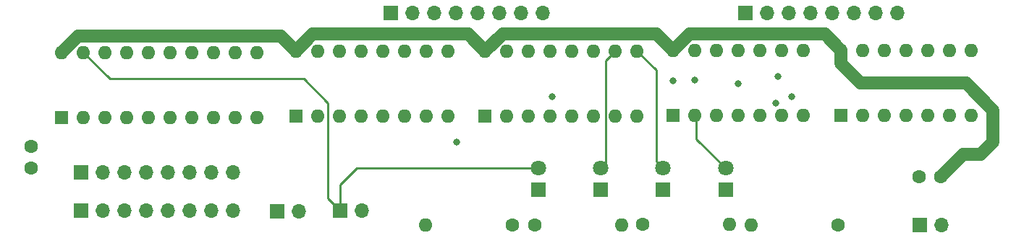
<source format=gbr>
%TF.GenerationSoftware,KiCad,Pcbnew,(5.1.9-0-10_14)*%
%TF.CreationDate,2021-04-29T01:47:43-04:00*%
%TF.ProjectId,ALU,414c552e-6b69-4636-9164-5f7063625858,rev?*%
%TF.SameCoordinates,Original*%
%TF.FileFunction,Copper,L3,Inr*%
%TF.FilePolarity,Positive*%
%FSLAX46Y46*%
G04 Gerber Fmt 4.6, Leading zero omitted, Abs format (unit mm)*
G04 Created by KiCad (PCBNEW (5.1.9-0-10_14)) date 2021-04-29 01:47:43*
%MOMM*%
%LPD*%
G01*
G04 APERTURE LIST*
%TA.AperFunction,ComponentPad*%
%ADD10C,1.600000*%
%TD*%
%TA.AperFunction,ComponentPad*%
%ADD11O,1.700000X1.700000*%
%TD*%
%TA.AperFunction,ComponentPad*%
%ADD12R,1.700000X1.700000*%
%TD*%
%TA.AperFunction,ComponentPad*%
%ADD13O,1.600000X1.600000*%
%TD*%
%TA.AperFunction,ComponentPad*%
%ADD14R,1.600000X1.600000*%
%TD*%
%TA.AperFunction,ComponentPad*%
%ADD15C,1.800000*%
%TD*%
%TA.AperFunction,ComponentPad*%
%ADD16R,1.800000X1.800000*%
%TD*%
%TA.AperFunction,ViaPad*%
%ADD17C,0.800000*%
%TD*%
%TA.AperFunction,Conductor*%
%ADD18C,1.500000*%
%TD*%
%TA.AperFunction,Conductor*%
%ADD19C,0.250000*%
%TD*%
G04 APERTURE END LIST*
D10*
%TO.N,GND*%
%TO.C,C4*%
X19415760Y-52680240D03*
%TO.N,VCC*%
X19415760Y-50180240D03*
%TD*%
D11*
%TO.N,/Y1*%
%TO.C,J6*%
X43053000Y-57683400D03*
%TO.N,/Y2*%
X40513000Y-57683400D03*
%TO.N,/Y3*%
X37973000Y-57683400D03*
%TO.N,/Y4*%
X35433000Y-57683400D03*
%TO.N,/Y5*%
X32893000Y-57683400D03*
%TO.N,/Y6*%
X30353000Y-57683400D03*
%TO.N,/Y7*%
X27813000Y-57683400D03*
D12*
%TO.N,/Y8*%
X25273000Y-57683400D03*
%TD*%
D11*
%TO.N,/Y1*%
%TO.C,J4*%
X43042840Y-53233320D03*
%TO.N,/Y2*%
X40502840Y-53233320D03*
%TO.N,/Y3*%
X37962840Y-53233320D03*
%TO.N,/Y4*%
X35422840Y-53233320D03*
%TO.N,/Y5*%
X32882840Y-53233320D03*
%TO.N,/Y6*%
X30342840Y-53233320D03*
%TO.N,/Y7*%
X27802840Y-53233320D03*
D12*
%TO.N,/Y8*%
X25262840Y-53233320D03*
%TD*%
D13*
%TO.N,VCC*%
%TO.C,U15*%
X94523560Y-38862000D03*
%TO.N,GND*%
X109763560Y-46482000D03*
%TO.N,/SUB*%
X97063560Y-38862000D03*
%TO.N,Net-(U13-Pad15)*%
X107223560Y-46482000D03*
%TO.N,B1*%
X99603560Y-38862000D03*
%TO.N,/SUB*%
X104683560Y-46482000D03*
%TO.N,Net-(U13-Pad6)*%
X102143560Y-38862000D03*
%TO.N,B3*%
X102143560Y-46482000D03*
%TO.N,/SUB*%
X104683560Y-38862000D03*
%TO.N,Net-(U13-Pad11)*%
X99603560Y-46482000D03*
%TO.N,B2*%
X107223560Y-38862000D03*
%TO.N,/SUB*%
X97063560Y-46482000D03*
%TO.N,Net-(U13-Pad2)*%
X109763560Y-38862000D03*
D14*
%TO.N,B4*%
X94523560Y-46482000D03*
%TD*%
D13*
%TO.N,VCC*%
%TO.C,U14*%
X114173000Y-38851840D03*
%TO.N,GND*%
X129413000Y-46471840D03*
%TO.N,/SUB*%
X116713000Y-38851840D03*
%TO.N,Net-(U12-Pad15)*%
X126873000Y-46471840D03*
%TO.N,B5*%
X119253000Y-38851840D03*
%TO.N,/SUB*%
X124333000Y-46471840D03*
%TO.N,Net-(U12-Pad6)*%
X121793000Y-38851840D03*
%TO.N,B7*%
X121793000Y-46471840D03*
%TO.N,/SUB*%
X124333000Y-38851840D03*
%TO.N,Net-(U12-Pad11)*%
X119253000Y-46471840D03*
%TO.N,B6*%
X126873000Y-38851840D03*
%TO.N,/SUB*%
X116713000Y-46471840D03*
%TO.N,Net-(U12-Pad2)*%
X129413000Y-38851840D03*
D14*
%TO.N,B8*%
X114173000Y-46471840D03*
%TD*%
D13*
%TO.N,VCC*%
%TO.C,U13*%
X50370740Y-38958520D03*
%TO.N,GND*%
X68150740Y-46578520D03*
%TO.N,Net-(U13-Pad15)*%
X52910740Y-38958520D03*
%TO.N,/SUB*%
X65610740Y-46578520D03*
%TO.N,A3*%
X55450740Y-38958520D03*
%TO.N,Net-(U13-Pad6)*%
X63070740Y-46578520D03*
%TO.N,/SUM3*%
X57990740Y-38958520D03*
%TO.N,A1*%
X60530740Y-46578520D03*
%TO.N,A4*%
X60530740Y-38958520D03*
%TO.N,/SUM1*%
X57990740Y-46578520D03*
%TO.N,Net-(U13-Pad11)*%
X63070740Y-38958520D03*
%TO.N,A2*%
X55450740Y-46578520D03*
%TO.N,/SUM4*%
X65610740Y-38958520D03*
%TO.N,Net-(U13-Pad2)*%
X52910740Y-46578520D03*
%TO.N,Net-(U12-Pad7)*%
X68150740Y-38958520D03*
D14*
%TO.N,/SUM2*%
X50370740Y-46578520D03*
%TD*%
D13*
%TO.N,VCC*%
%TO.C,U12*%
X72527160Y-38958520D03*
%TO.N,GND*%
X90307160Y-46578520D03*
%TO.N,Net-(U12-Pad15)*%
X75067160Y-38958520D03*
%TO.N,Net-(U12-Pad7)*%
X87767160Y-46578520D03*
%TO.N,A7*%
X77607160Y-38958520D03*
%TO.N,Net-(U12-Pad6)*%
X85227160Y-46578520D03*
%TO.N,/SUM7*%
X80147160Y-38958520D03*
%TO.N,A5*%
X82687160Y-46578520D03*
%TO.N,A8*%
X82687160Y-38958520D03*
%TO.N,/SUM5*%
X80147160Y-46578520D03*
%TO.N,Net-(U12-Pad11)*%
X85227160Y-38958520D03*
%TO.N,A6*%
X77607160Y-46578520D03*
%TO.N,/SUM8*%
X87767160Y-38958520D03*
%TO.N,Net-(U12-Pad2)*%
X75067160Y-46578520D03*
%TO.N,/CARRY_OUT*%
X90307160Y-38958520D03*
D14*
%TO.N,/SUM6*%
X72527160Y-46578520D03*
%TD*%
D13*
%TO.N,VCC*%
%TO.C,U11*%
X22961600Y-39126160D03*
%TO.N,GND*%
X45821600Y-46746160D03*
%TO.N,/SUM_OUT*%
X25501600Y-39126160D03*
%TO.N,/Y1*%
X43281600Y-46746160D03*
%TO.N,/SUM8*%
X28041600Y-39126160D03*
%TO.N,/Y2*%
X40741600Y-46746160D03*
%TO.N,/SUM7*%
X30581600Y-39126160D03*
%TO.N,/Y3*%
X38201600Y-46746160D03*
%TO.N,/SUM6*%
X33121600Y-39126160D03*
%TO.N,/Y4*%
X35661600Y-46746160D03*
%TO.N,/SUM5*%
X35661600Y-39126160D03*
%TO.N,/Y5*%
X33121600Y-46746160D03*
%TO.N,/SUM4*%
X38201600Y-39126160D03*
%TO.N,/Y6*%
X30581600Y-46746160D03*
%TO.N,/SUM3*%
X40741600Y-39126160D03*
%TO.N,/Y7*%
X28041600Y-46746160D03*
%TO.N,/SUM2*%
X43281600Y-39126160D03*
%TO.N,/Y8*%
X25501600Y-46746160D03*
%TO.N,/SUM1*%
X45821600Y-39126160D03*
D14*
%TO.N,GND*%
X22961600Y-46746160D03*
%TD*%
D13*
%TO.N,GND*%
%TO.C,R4*%
X101147880Y-59319160D03*
D10*
%TO.N,Net-(D28-Pad1)*%
X90987880Y-59319160D03*
%TD*%
D13*
%TO.N,GND*%
%TO.C,R3*%
X88473280Y-59375040D03*
D10*
%TO.N,Net-(D27-Pad1)*%
X78313280Y-59375040D03*
%TD*%
D13*
%TO.N,GND*%
%TO.C,R2*%
X103672640Y-59339480D03*
D10*
%TO.N,Net-(D26-Pad1)*%
X113832640Y-59339480D03*
%TD*%
D13*
%TO.N,GND*%
%TO.C,R1*%
X65577720Y-59375040D03*
D10*
%TO.N,Net-(D25-Pad1)*%
X75737720Y-59375040D03*
%TD*%
D11*
%TO.N,/CARRY_OUT*%
%TO.C,J8*%
X50693320Y-57729120D03*
D12*
%TO.N,/SUM8*%
X48153320Y-57729120D03*
%TD*%
D11*
%TO.N,/SUB*%
%TO.C,J5*%
X58105040Y-57678320D03*
D12*
%TO.N,/SUM_OUT*%
X55565040Y-57678320D03*
%TD*%
D11*
%TO.N,B8*%
%TO.C,J3*%
X120771920Y-34493200D03*
%TO.N,B7*%
X118231920Y-34493200D03*
%TO.N,B6*%
X115691920Y-34493200D03*
%TO.N,B5*%
X113151920Y-34493200D03*
%TO.N,B4*%
X110611920Y-34493200D03*
%TO.N,B3*%
X108071920Y-34493200D03*
%TO.N,B2*%
X105531920Y-34493200D03*
D12*
%TO.N,B1*%
X102991920Y-34493200D03*
%TD*%
D11*
%TO.N,A8*%
%TO.C,J2*%
X79227680Y-34498280D03*
%TO.N,A7*%
X76687680Y-34498280D03*
%TO.N,A6*%
X74147680Y-34498280D03*
%TO.N,A5*%
X71607680Y-34498280D03*
%TO.N,A4*%
X69067680Y-34498280D03*
%TO.N,A3*%
X66527680Y-34498280D03*
%TO.N,A2*%
X63987680Y-34498280D03*
D12*
%TO.N,A1*%
X61447680Y-34498280D03*
%TD*%
D11*
%TO.N,VCC*%
%TO.C,J1*%
X125928120Y-59385200D03*
D12*
%TO.N,GND*%
X123388120Y-59385200D03*
%TD*%
D15*
%TO.N,/CARRY_OUT*%
%TO.C,D28*%
X93309440Y-52679600D03*
D16*
%TO.N,Net-(D28-Pad1)*%
X93309440Y-55219600D03*
%TD*%
D15*
%TO.N,/SUM8*%
%TO.C,D27*%
X86014560Y-52679600D03*
D16*
%TO.N,Net-(D27-Pad1)*%
X86014560Y-55219600D03*
%TD*%
D15*
%TO.N,/SUB*%
%TO.C,D26*%
X100655120Y-52715160D03*
D16*
%TO.N,Net-(D26-Pad1)*%
X100655120Y-55255160D03*
%TD*%
D15*
%TO.N,/SUM_OUT*%
%TO.C,D25*%
X78729840Y-52699920D03*
D16*
%TO.N,Net-(D25-Pad1)*%
X78729840Y-55239920D03*
%TD*%
D10*
%TO.N,GND*%
%TO.C,C5*%
X123331600Y-53700680D03*
%TO.N,VCC*%
X125831600Y-53700680D03*
%TD*%
D17*
%TO.N,B4*%
X94482920Y-42468800D03*
%TO.N,B3*%
X106766360Y-41955720D03*
X102118160Y-42753280D03*
%TO.N,/SUB*%
X97063560Y-42357040D03*
X69148960Y-49616362D03*
%TO.N,Net-(U12-Pad15)*%
X106547920Y-45034200D03*
%TO.N,Net-(U13-Pad2)*%
X108417360Y-44302680D03*
X80370680Y-44302680D03*
%TD*%
D18*
%TO.N,VCC*%
X125831600Y-53700680D02*
X128427480Y-51104800D01*
X128427480Y-51104800D02*
X130479800Y-51104800D01*
X130479800Y-51104800D02*
X131953000Y-49631600D01*
X131953000Y-49631600D02*
X131953000Y-45892720D01*
X131953000Y-45892720D02*
X128762760Y-42702480D01*
X128762760Y-42702480D02*
X116433600Y-42702480D01*
X114173000Y-40441880D02*
X114173000Y-38851840D01*
X116433600Y-42702480D02*
X114173000Y-40441880D01*
X114173000Y-38851840D02*
X112288320Y-36967160D01*
X96418400Y-36967160D02*
X94523560Y-38862000D01*
X112288320Y-36967160D02*
X96418400Y-36967160D01*
X94523560Y-38862000D02*
X92572840Y-36911280D01*
X74574400Y-36911280D02*
X72527160Y-38958520D01*
X92572840Y-36911280D02*
X74574400Y-36911280D01*
X52362100Y-36967160D02*
X50370740Y-38958520D01*
X70535800Y-36967160D02*
X52362100Y-36967160D01*
X72527160Y-38958520D02*
X70535800Y-36967160D01*
X50370740Y-38958520D02*
X48623220Y-37211000D01*
X24876760Y-37211000D02*
X22961600Y-39126160D01*
X48623220Y-37211000D02*
X24876760Y-37211000D01*
D19*
%TO.N,/SUM_OUT*%
X78729840Y-52699920D02*
X57480200Y-52699920D01*
X55565040Y-54615080D02*
X55565040Y-57678320D01*
X57480200Y-52699920D02*
X55565040Y-54615080D01*
X25501600Y-39126160D02*
X28595320Y-42219880D01*
X28595320Y-42219880D02*
X51308000Y-42219880D01*
X51308000Y-42219880D02*
X54127400Y-45039280D01*
X54127400Y-56240680D02*
X55565040Y-57678320D01*
X54127400Y-45039280D02*
X54127400Y-56240680D01*
%TO.N,/SUB*%
X100655120Y-52715160D02*
X97241360Y-49301400D01*
X97241360Y-46659800D02*
X97063560Y-46482000D01*
X97241360Y-49301400D02*
X97241360Y-46659800D01*
%TO.N,/SUM8*%
X86642159Y-40083521D02*
X86642159Y-52052001D01*
X86642159Y-52052001D02*
X86014560Y-52679600D01*
X87767160Y-38958520D02*
X86642159Y-40083521D01*
%TO.N,/CARRY_OUT*%
X90307160Y-38958520D02*
X92522040Y-41173400D01*
X92522040Y-51892200D02*
X93309440Y-52679600D01*
X92522040Y-41173400D02*
X92522040Y-51892200D01*
%TD*%
M02*

</source>
